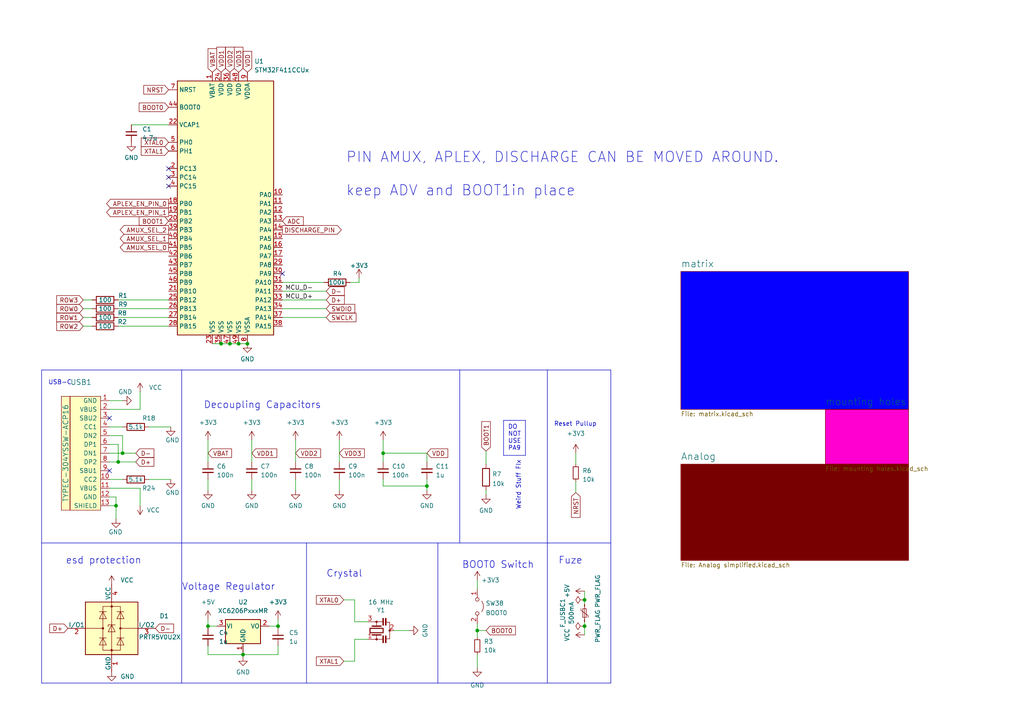
<source format=kicad_sch>
(kicad_sch (version 20230121) (generator eeschema)
  (paper "A4")
  (lib_symbols
    (symbol "Device:C_Small" (pin_numbers hide) (pin_names (offset 0.254) hide)
      (property "Reference" "C" (at 0.254 1.778 0))
      (property "Value" "C_Small" (at 0.254 -2.032 0))
      (symbol "C_Small_0_1"
        (polyline (pts (xy -1.524 -0.508) (xy 1.524 -0.508)) (stroke (width 0.3302)))
        (polyline (pts (xy -1.524 0.508) (xy 1.524 0.508)) (stroke (width 0.3048)))
      )
      (symbol "C_Small_1_1"
        (pin passive line (at 0 2.54 270) (length 2.032) (name "~") (number "1"))
        (pin passive line (at 0 -2.54 90) (length 2.032) (name "~") (number "2"))
      )
    )
    (symbol "Device:Polyfuse_Small" (pin_numbers hide) (pin_names (offset 0))
      (property "Reference" "F" (at -1.905 0 90))
      (property "Value" "Polyfuse_Small" (at 1.905 0 90))
      (symbol "Polyfuse_Small_0_1"
        (rectangle (start -0.508 1.27) (end 0.508 -1.27))
        (polyline (pts (xy 0 2.54) (xy 0 -2.54)))
        (polyline (pts (xy -1.016 1.27) (xy -1.016 0.762) (xy 1.016 -0.762) (xy 1.016 -1.27)))
      )
      (symbol "Polyfuse_Small_1_1"
        (pin passive line (at 0 2.54 270) (length 0.635) (name "~") (number "1"))
        (pin passive line (at 0 -2.54 90) (length 0.635) (name "~") (number "2"))
      )
    )
    (symbol "Device:R" (pin_numbers hide) (pin_names (offset 0))
      (property "Reference" "R" (at 2.032 0 90))
      (property "Value" "R" (at 0 0 90))
      (symbol "R_0_1"
        (rectangle (start -1.016 -2.54) (end 1.016 2.54) (stroke (width 0.254)))
      )
      (symbol "R_1_1"
        (pin passive line (at 0 3.81 270) (length 1.27) (name "~") (number "1"))
        (pin passive line (at 0 -3.81 90) (length 1.27) (name "~") (number "2"))
      )
    )
    (symbol "Device:R_Small" (pin_numbers hide) (pin_names (offset 0.254) hide)
      (property "Reference" "R" (at 0.762 0.508 0))
      (property "Value" "R_Small" (at 0.762 -1.016 0))
      (symbol "R_Small_0_1"
        (rectangle (start -0.762 1.778) (end 0.762 -1.778) (stroke (width 0.2032)))
      )
      (symbol "R_Small_1_1"
        (pin passive line (at 0 2.54 270) (length 0.762) (name "~") (number "1"))
        (pin passive line (at 0 -2.54 90) (length 0.762) (name "~") (number "2"))
      )
    )
    (symbol "Device:Resonator_Small" (pin_names (offset 1.016) hide)
      (property "Reference" "Y" (at 3.175 1.905 0))
      (property "Value" "Resonator_Small" (at 3.175 0 0))
      (symbol "Resonator_Small_0_1"
        (rectangle (start -3.556 -2.54) (end -1.524 -2.794) (fill (type outline)))
        (rectangle (start -3.556 -1.778) (end -1.524 -2.032) (fill (type outline)))
        (circle (center -2.54 0) (radius 0.254) (fill (type outline)))
        (rectangle (start -0.635 1.905) (end 0.635 -1.905) (stroke (width 0.3048)))
        (circle (center 0 -3.81) (radius 0.254) (fill (type outline)))
        (polyline (pts (xy -2.54 -1.778) (xy -2.54 0)))
        (polyline (pts (xy -2.54 0) (xy -1.397 0)))
        (polyline (pts (xy -2.54 1.27) (xy -2.54 0)))
        (polyline (pts (xy -1.27 -1.27) (xy -1.27 1.27)) (stroke (width 0.381)))
        (polyline (pts (xy 1.27 -1.27) (xy 1.27 1.27)) (stroke (width 0.381)))
        (polyline (pts (xy 1.27 0) (xy 2.54 0)))
        (polyline (pts (xy 2.54 0) (xy 2.54 -1.778)))
        (polyline (pts (xy 2.54 1.27) (xy 2.54 0)))
        (polyline (pts (xy 2.413 -2.794) (xy 2.413 -3.81) (xy -2.413 -3.81) (xy -2.413 -2.667)))
        (rectangle (start 1.524 -2.54) (end 3.556 -2.794) (fill (type outline)))
        (rectangle (start 1.524 -1.778) (end 3.556 -2.032) (fill (type outline)))
        (circle (center 2.54 0) (radius 0.254) (fill (type outline)))
      )
      (symbol "Resonator_Small_1_1"
        (pin passive line (at -2.54 2.54 270) (length 1.27) (name "1") (number "1"))
        (pin passive line (at 0 -5.08 90) (length 1.27) (name "2") (number "2"))
        (pin passive line (at 2.54 2.54 270) (length 1.27) (name "3") (number "3"))
      )
    )
    (symbol "Jumper:Jumper_2_Open" (pin_names (offset 0) hide)
      (property "Reference" "JP" (at 0 2.794 0))
      (property "Value" "Jumper_2_Open" (at 0 -2.286 0))
      (symbol "Jumper_2_Open_0_0"
        (circle (center -2.032 0) (radius 0.508))
        (circle (center 2.032 0) (radius 0.508))
      )
      (symbol "Jumper_2_Open_0_1"
        (arc (start 1.524 1.27) (mid 0 1.778) (end -1.524 1.27))
      )
      (symbol "Jumper_2_Open_1_1"
        (pin passive line (at -5.08 0 0) (length 2.54) (name "A") (number "1"))
        (pin passive line (at 5.08 0 180) (length 2.54) (name "B") (number "2"))
      )
    )
    (symbol "MCU_ST_STM32F4:STM32F411CCUx"
      (property "Reference" "U" (at -15.24 36.83 0))
      (property "Value" "STM32F411CCUx" (at 7.62 36.83 0))
      (symbol "STM32F411CCUx_0_1"
        (rectangle (start -15.24 -38.1) (end 12.7 35.56) (stroke (width 0.254)) (fill (type background)))
      )
      (symbol "STM32F411CCUx_1_1"
        (pin power_in line (at -5.08 38.1 270) (length 2.54) (name "VBAT") (number "1"))
        (pin bidirectional line (at 15.24 2.54 180) (length 2.54) (name "PA0") (number "10"))
        (pin bidirectional line (at 15.24 0 180) (length 2.54) (name "PA1") (number "11"))
        (pin bidirectional line (at 15.24 -2.54 180) (length 2.54) (name "PA2") (number "12"))
        (pin bidirectional line (at 15.24 -5.08 180) (length 2.54) (name "PA3") (number "13"))
        (pin bidirectional line (at 15.24 -7.62 180) (length 2.54) (name "PA4") (number "14"))
        (pin bidirectional line (at 15.24 -10.16 180) (length 2.54) (name "PA5") (number "15"))
        (pin bidirectional line (at 15.24 -12.7 180) (length 2.54) (name "PA6") (number "16"))
        (pin bidirectional line (at 15.24 -15.24 180) (length 2.54) (name "PA7") (number "17"))
        (pin bidirectional line (at -17.78 0 0) (length 2.54) (name "PB0") (number "18"))
        (pin bidirectional line (at -17.78 -2.54 0) (length 2.54) (name "PB1") (number "19"))
        (pin bidirectional line (at -17.78 10.16 0) (length 2.54) (name "PC13") (number "2"))
        (pin bidirectional line (at -17.78 -5.08 0) (length 2.54) (name "PB2") (number "20"))
        (pin bidirectional line (at -17.78 -25.4 0) (length 2.54) (name "PB10") (number "21"))
        (pin power_in line (at -17.78 22.86 0) (length 2.54) (name "VCAP1") (number "22"))
        (pin power_in line (at -5.08 -40.64 90) (length 2.54) (name "VSS") (number "23"))
        (pin power_in line (at -2.54 38.1 270) (length 2.54) (name "VDD") (number "24"))
        (pin bidirectional line (at -17.78 -27.94 0) (length 2.54) (name "PB12") (number "25"))
        (pin bidirectional line (at -17.78 -30.48 0) (length 2.54) (name "PB13") (number "26"))
        (pin bidirectional line (at -17.78 -33.02 0) (length 2.54) (name "PB14") (number "27"))
        (pin bidirectional line (at -17.78 -35.56 0) (length 2.54) (name "PB15") (number "28"))
        (pin bidirectional line (at 15.24 -17.78 180) (length 2.54) (name "PA8") (number "29"))
        (pin bidirectional line (at -17.78 7.62 0) (length 2.54) (name "PC14") (number "3"))
        (pin bidirectional line (at 15.24 -20.32 180) (length 2.54) (name "PA9") (number "30"))
        (pin bidirectional line (at 15.24 -22.86 180) (length 2.54) (name "PA10") (number "31"))
        (pin bidirectional line (at 15.24 -25.4 180) (length 2.54) (name "PA11") (number "32"))
        (pin bidirectional line (at 15.24 -27.94 180) (length 2.54) (name "PA12") (number "33"))
        (pin bidirectional line (at 15.24 -30.48 180) (length 2.54) (name "PA13") (number "34"))
        (pin power_in line (at -2.54 -40.64 90) (length 2.54) (name "VSS") (number "35"))
        (pin power_in line (at 0 38.1 270) (length 2.54) (name "VDD") (number "36"))
        (pin bidirectional line (at 15.24 -33.02 180) (length 2.54) (name "PA14") (number "37"))
        (pin bidirectional line (at 15.24 -35.56 180) (length 2.54) (name "PA15") (number "38"))
        (pin bidirectional line (at -17.78 -7.62 0) (length 2.54) (name "PB3") (number "39"))
        (pin bidirectional line (at -17.78 5.08 0) (length 2.54) (name "PC15") (number "4"))
        (pin bidirectional line (at -17.78 -10.16 0) (length 2.54) (name "PB4") (number "40"))
        (pin bidirectional line (at -17.78 -12.7 0) (length 2.54) (name "PB5") (number "41"))
        (pin bidirectional line (at -17.78 -15.24 0) (length 2.54) (name "PB6") (number "42"))
        (pin bidirectional line (at -17.78 -17.78 0) (length 2.54) (name "PB7") (number "43"))
        (pin input line (at -17.78 27.94 0) (length 2.54) (name "BOOT0") (number "44"))
        (pin bidirectional line (at -17.78 -20.32 0) (length 2.54) (name "PB8") (number "45"))
        (pin bidirectional line (at -17.78 -22.86 0) (length 2.54) (name "PB9") (number "46"))
        (pin power_in line (at 0 -40.64 90) (length 2.54) (name "VSS") (number "47"))
        (pin power_in line (at 2.54 38.1 270) (length 2.54) (name "VDD") (number "48"))
        (pin power_in line (at 2.54 -40.64 90) (length 2.54) (name "VSS") (number "49"))
        (pin input line (at -17.78 17.78 0) (length 2.54) (name "PH0") (number "5"))
        (pin input line (at -17.78 15.24 0) (length 2.54) (name "PH1") (number "6"))
        (pin input line (at -17.78 33.02 0) (length 2.54) (name "NRST") (number "7"))
        (pin power_in line (at 5.08 -40.64 90) (length 2.54) (name "VSSA") (number "8"))
        (pin power_in line (at 5.08 38.1 270) (length 2.54) (name "VDDA") (number "9"))
      )
    )
    (symbol "Power_Protection:PRTR5V0U2X" (pin_names (offset 0))
      (property "Reference" "D" (at 2.794 8.636 0))
      (property "Value" "PRTR5V0U2X" (at 8.128 -9.398 0))
      (symbol "PRTR5V0U2X_0_1"
        (rectangle (start -7.62 -7.62) (end 7.62 7.62) (stroke (width 0.254)) (fill (type background)))
        (circle (center -2.54 0) (radius 0.254) (fill (type outline)))
        (rectangle (start -2.54 6.35) (end 2.54 -6.35))
        (circle (center 0 -6.35) (radius 0.254) (fill (type outline)))
        (polyline (pts (xy -2.54 0) (xy -7.62 0)))
        (polyline (pts (xy -1.524 -2.794) (xy -3.556 -2.794)))
        (polyline (pts (xy -1.524 4.826) (xy -3.556 4.826)))
        (polyline (pts (xy 0 -7.62) (xy 0 7.62)))
        (polyline (pts (xy 1.524 -2.794) (xy 3.556 -2.794)))
        (polyline (pts (xy 1.524 4.826) (xy 3.556 4.826)))
        (polyline (pts (xy 2.54 0) (xy 7.62 0)))
        (polyline (pts (xy 1.016 1.016) (xy -1.016 1.016) (xy -1.016 0.508)))
        (polyline (pts (xy -3.556 -4.826) (xy -1.524 -4.826) (xy -2.54 -2.794) (xy -3.556 -4.826)))
        (polyline (pts (xy -3.556 2.794) (xy -1.524 2.794) (xy -2.54 4.826) (xy -3.556 2.794)))
        (polyline (pts (xy -1.016 -1.016) (xy 1.016 -1.016) (xy 0 1.016) (xy -1.016 -1.016)))
        (polyline (pts (xy 3.556 -4.826) (xy 1.524 -4.826) (xy 2.54 -2.794) (xy 3.556 -4.826)))
        (polyline (pts (xy 3.556 2.794) (xy 1.524 2.794) (xy 2.54 4.826) (xy 3.556 2.794)))
        (circle (center 0 6.35) (radius 0.254) (fill (type outline)))
        (circle (center 2.54 0) (radius 0.254) (fill (type outline)))
      )
      (symbol "PRTR5V0U2X_1_1"
        (pin passive line (at 0 -12.7 90) (length 5.08) (name "GND") (number "1"))
        (pin passive line (at -12.7 0 0) (length 5.08) (name "I/O1") (number "2"))
        (pin passive line (at 12.7 0 180) (length 5.08) (name "I/O2") (number "3"))
        (pin passive line (at 0 12.7 270) (length 5.08) (name "VCC") (number "4"))
      )
    )
    (symbol "Regulator_Linear:XC6206PxxxMR" (pin_names (offset 0.254))
      (property "Reference" "U" (at -3.81 3.175 0))
      (property "Value" "XC6206PxxxMR" (at 0 3.175 0))
      (symbol "XC6206PxxxMR_0_1"
        (rectangle (start -5.08 1.905) (end 5.08 -5.08) (stroke (width 0.254)) (fill (type background)))
      )
      (symbol "XC6206PxxxMR_1_1"
        (pin power_in line (at 0 -7.62 90) (length 2.54) (name "GND") (number "1"))
        (pin power_out line (at 7.62 0 180) (length 2.54) (name "VO") (number "2"))
        (pin power_in line (at -7.62 0 0) (length 2.54) (name "VI") (number "3"))
      )
    )
    (symbol "cipulot_parts:TYPEC-304YSSW-ACP16" (pin_names (offset 1.016))
      (property "Reference" "USB" (at -5.08 16.51 0))
      (property "Value" "TYPEC-304YSSW-ACP16" (at -10.16 -1.27 90))
      (symbol "TYPEC-304YSSW-ACP16_0_1"
        (rectangle (start -11.43 15.24) (end -8.89 -17.78) (fill (type background)))
        (rectangle (start 0 -17.78) (end -8.89 15.24) (fill (type background)))
      )
      (symbol "TYPEC-304YSSW-ACP16_1_1"
        (pin input line (at 2.54 13.97 180) (length 2.54) (name "GND") (number "1"))
        (pin input line (at 2.54 -8.89 180) (length 2.54) (name "CC2") (number "10"))
        (pin input line (at 2.54 -11.43 180) (length 2.54) (name "VBUS") (number "11"))
        (pin input line (at 2.54 -13.97 180) (length 2.54) (name "GND") (number "12"))
        (pin input line (at 2.54 -16.51 180) (length 2.54) (name "SHIELD") (number "13"))
        (pin input line (at 2.54 11.43 180) (length 2.54) (name "VBUS") (number "2"))
        (pin input line (at 2.54 8.89 180) (length 2.54) (name "SBU2") (number "3"))
        (pin input line (at 2.54 6.35 180) (length 2.54) (name "CC1") (number "4"))
        (pin input line (at 2.54 3.81 180) (length 2.54) (name "DN2") (number "5"))
        (pin input line (at 2.54 1.27 180) (length 2.54) (name "DP1") (number "6"))
        (pin input line (at 2.54 -1.27 180) (length 2.54) (name "DN1") (number "7"))
        (pin input line (at 2.54 -3.81 180) (length 2.54) (name "DP2") (number "8"))
        (pin input line (at 2.54 -6.35 180) (length 2.54) (name "SBU1") (number "9"))
      )
    )
    (symbol "power:+3.3V" (power) (pin_names (offset 0))
      (property "Value" "+3.3V" (at 0 3.556 0))
      (symbol "+3.3V_0_1"
        (polyline (pts (xy -0.762 1.27) (xy 0 2.54)))
        (polyline (pts (xy 0 0) (xy 0 2.54)))
        (polyline (pts (xy 0 2.54) (xy 0.762 1.27)))
      )
      (symbol "+3.3V_1_1"
        (pin power_in line (at 0 0 90) (length 0) hide (name "+3V3") (number "1"))
      )
    )
    (symbol "power:+3V3" (power) (pin_names (offset 0))
      (property "Value" "+3V3" (at 0 3.556 0))
      (symbol "+3V3_0_1"
        (polyline (pts (xy -0.762 1.27) (xy 0 2.54)))
        (polyline (pts (xy 0 0) (xy 0 2.54)))
        (polyline (pts (xy 0 2.54) (xy 0.762 1.27)))
      )
      (symbol "+3V3_1_1"
        (pin power_in line (at 0 0 90) (length 0) hide (name "+3V3") (number "1"))
      )
    )
    (symbol "power:+5V" (power) (pin_names (offset 0))
      (property "Value" "+5V" (at 0 3.556 0))
      (symbol "+5V_0_1"
        (polyline (pts (xy -0.762 1.27) (xy 0 2.54)))
        (polyline (pts (xy 0 0) (xy 0 2.54)))
        (polyline (pts (xy 0 2.54) (xy 0.762 1.27)))
      )
      (symbol "+5V_1_1"
        (pin power_in line (at 0 0 90) (length 0) hide (name "+5V") (number "1"))
      )
    )
    (symbol "power:GND" (power) (pin_names (offset 0))
      (property "Value" "GND" (at 0 -3.81 0))
      (symbol "GND_0_1"
        (polyline (pts (xy 0 0) (xy 0 -1.27) (xy 1.27 -1.27) (xy 0 -2.54) (xy -1.27 -1.27) (xy 0 -1.27)))
      )
      (symbol "GND_1_1"
        (pin power_in line (at 0 0 270) (length 0) hide (name "GND") (number "1"))
      )
    )
    (symbol "power:PWR_FLAG" (power) (pin_numbers hide) (pin_names (offset 0) hide)
      (property "Value" "PWR_FLAG" (at 0 3.81 0))
      (symbol "PWR_FLAG_0_0"
        (pin power_out line (at 0 0 90) (length 0) (name "pwr") (number "1"))
      )
      (symbol "PWR_FLAG_0_1"
        (polyline (pts (xy 0 0) (xy 0 1.27) (xy -1.016 1.905) (xy 0 2.54) (xy 1.016 1.905) (xy 0 1.27)))
      )
    )
    (symbol "power:VCC" (power) (pin_names (offset 0))
      (property "Value" "VCC" (at 0 3.81 0))
      (symbol "VCC_0_1"
        (polyline (pts (xy -0.762 1.27) (xy 0 2.54)))
        (polyline (pts (xy 0 0) (xy 0 2.54)))
        (polyline (pts (xy 0 2.54) (xy 0.762 1.27)))
      )
      (symbol "VCC_1_1"
        (pin power_in line (at 0 0 90) (length 0) hide (name "VCC") (number "1"))
      )
    )
  )
  (junction (at 169.545 173.99))
  (junction (at 66.675 99.695))
  (junction (at 111.125 131.445))
  (junction (at 69.215 99.695))
  (junction (at 34.29 133.985))
  (junction (at 60.325 181.61))
  (junction (at 169.545 181.61))
  (junction (at 33.655 146.685))
  (junction (at 64.135 99.695))
  (junction (at 138.43 182.88))
  (junction (at 35.56 131.445))
  (junction (at 70.485 189.865))
  (junction (at 71.755 99.695))
  (junction (at 80.645 181.61))
  (junction (at 123.825 140.97))
  (no_connect (at 48.895 48.895))
  (no_connect (at 48.895 51.435))
  (no_connect (at 48.895 53.975))
  (no_connect (at 81.915 79.375))
  (no_connect (at 31.75 136.525))
  (no_connect (at 31.75 121.285))
  (wire (pts (xy 70.485 189.23) (xy 70.485 189.865)))
  (polyline (pts (xy 146.05 132.08) (xy 152.4 132.08)))
  (wire (pts (xy 102.87 191.77) (xy 102.87 185.42)))
  (wire (pts (xy 70.485 189.865) (xy 70.485 190.5)))
  (wire (pts (xy 31.75 128.905) (xy 34.29 128.905)))
  (wire (pts (xy 24.13 89.535) (xy 26.67 89.535)))
  (wire (pts (xy 33.655 144.145) (xy 33.655 146.685)))
  (wire (pts (xy 102.87 185.42) (xy 106.68 185.42)))
  (wire (pts (xy 167.005 131.445) (xy 167.005 134.62)))
  (wire (pts (xy 34.29 86.995) (xy 48.895 86.995)))
  (wire (pts (xy 123.825 140.97) (xy 123.825 142.24)))
  (wire (pts (xy 81.915 89.535) (xy 94.615 89.535)))
  (polyline (pts (xy 177.165 198.12) (xy 12.065 198.12)))
  (polyline (pts (xy 133.35 107.315) (xy 133.35 157.48)))
  (wire (pts (xy 34.29 128.905) (xy 34.29 133.985)))
  (wire (pts (xy 169.545 181.61) (xy 169.545 180.34)))
  (polyline (pts (xy 12.065 157.48) (xy 177.165 157.48)))
  (wire (pts (xy 81.915 92.075) (xy 94.615 92.075)))
  (wire (pts (xy 40.64 118.745) (xy 40.64 113.665)))
  (wire (pts (xy 81.915 84.455) (xy 94.615 84.455)))
  (wire (pts (xy 31.75 141.605) (xy 40.64 141.605)))
  (wire (pts (xy 60.325 182.245) (xy 60.325 181.61)))
  (wire (pts (xy 111.125 140.97) (xy 123.825 140.97)))
  (wire (pts (xy 40.64 141.605) (xy 40.64 146.685)))
  (polyline (pts (xy 12.065 107.315) (xy 12.065 198.12)))
  (wire (pts (xy 78.105 181.61) (xy 80.645 181.61)))
  (wire (pts (xy 123.825 131.445) (xy 123.825 133.985)))
  (wire (pts (xy 93.98 81.915) (xy 81.915 81.915)))
  (wire (pts (xy 104.14 81.915) (xy 104.14 80.645)))
  (wire (pts (xy 69.215 99.695) (xy 71.755 99.695)))
  (wire (pts (xy 70.485 189.865) (xy 80.645 189.865)))
  (wire (pts (xy 34.29 94.615) (xy 48.895 94.615)))
  (wire (pts (xy 60.325 139.065) (xy 60.325 142.24)))
  (wire (pts (xy 31.75 123.825) (xy 35.56 123.825)))
  (wire (pts (xy 111.125 131.445) (xy 111.125 133.985)))
  (wire (pts (xy 34.29 89.535) (xy 48.895 89.535)))
  (wire (pts (xy 80.645 189.865) (xy 80.645 187.325)))
  (wire (pts (xy 85.725 127.635) (xy 85.725 133.985)))
  (wire (pts (xy 106.68 180.34) (xy 102.87 180.34)))
  (wire (pts (xy 73.025 127.635) (xy 73.025 133.985)))
  (wire (pts (xy 35.56 131.445) (xy 39.37 131.445)))
  (wire (pts (xy 140.97 130.81) (xy 140.97 134.62)))
  (polyline (pts (xy 52.705 107.315) (xy 52.705 198.12)))
  (wire (pts (xy 60.325 127.635) (xy 60.325 133.985)))
  (wire (pts (xy 31.75 131.445) (xy 35.56 131.445)))
  (wire (pts (xy 138.43 189.865) (xy 138.43 193.675)))
  (wire (pts (xy 43.18 123.825) (xy 49.53 123.825)))
  (wire (pts (xy 98.425 139.065) (xy 98.425 142.24)))
  (wire (pts (xy 99.695 173.99) (xy 102.87 173.99)))
  (wire (pts (xy 33.655 146.685) (xy 33.655 150.495)))
  (wire (pts (xy 31.75 118.745) (xy 40.64 118.745)))
  (wire (pts (xy 111.125 127.635) (xy 111.125 131.445)))
  (wire (pts (xy 80.645 181.61) (xy 80.645 179.705)))
  (wire (pts (xy 61.595 99.695) (xy 64.135 99.695)))
  (wire (pts (xy 99.695 191.77) (xy 102.87 191.77)))
  (wire (pts (xy 111.125 131.445) (xy 123.825 131.445)))
  (wire (pts (xy 138.43 180.975) (xy 138.43 182.88)))
  (wire (pts (xy 169.545 175.26) (xy 169.545 173.99)))
  (wire (pts (xy 24.13 86.995) (xy 26.67 86.995)))
  (polyline (pts (xy 158.75 157.48) (xy 158.75 198.12)))
  (wire (pts (xy 123.825 139.065) (xy 123.825 140.97)))
  (wire (pts (xy 64.135 99.695) (xy 66.675 99.695)))
  (wire (pts (xy 111.125 139.065) (xy 111.125 140.97)))
  (wire (pts (xy 31.75 126.365) (xy 35.56 126.365)))
  (wire (pts (xy 81.915 86.995) (xy 94.615 86.995)))
  (wire (pts (xy 31.75 116.205) (xy 35.56 116.205)))
  (wire (pts (xy 73.025 139.065) (xy 73.025 142.24)))
  (wire (pts (xy 31.75 139.065) (xy 35.56 139.065)))
  (wire (pts (xy 102.87 180.34) (xy 102.87 173.99)))
  (wire (pts (xy 60.325 189.865) (xy 60.325 187.325)))
  (wire (pts (xy 66.675 99.695) (xy 69.215 99.695)))
  (wire (pts (xy 24.13 92.075) (xy 26.67 92.075)))
  (wire (pts (xy 138.43 182.88) (xy 138.43 184.785)))
  (polyline (pts (xy 152.4 132.08) (xy 152.4 121.92)))
  (wire (pts (xy 98.425 127.635) (xy 98.425 133.985)))
  (wire (pts (xy 138.43 182.88) (xy 140.97 182.88)))
  (wire (pts (xy 101.6 81.915) (xy 104.14 81.915)))
  (wire (pts (xy 140.97 142.24) (xy 140.97 143.51)))
  (polyline (pts (xy 12.065 107.315) (xy 177.165 107.315)))
  (wire (pts (xy 31.75 144.145) (xy 33.655 144.145)))
  (wire (pts (xy 80.645 181.61) (xy 80.645 182.245)))
  (wire (pts (xy 169.545 173.99) (xy 169.545 171.45)))
  (wire (pts (xy 38.1 36.195) (xy 48.895 36.195)))
  (polyline (pts (xy 146.05 121.92) (xy 146.05 132.08)))
  (wire (pts (xy 48.895 92.075) (xy 34.29 92.075)))
  (wire (pts (xy 70.485 189.865) (xy 60.325 189.865)))
  (wire (pts (xy 24.13 94.615) (xy 26.67 94.615)))
  (polyline (pts (xy 158.75 107.315) (xy 158.75 157.48)))
  (wire (pts (xy 60.325 181.61) (xy 62.865 181.61)))
  (polyline (pts (xy 146.05 121.92) (xy 152.4 121.92)))
  (polyline (pts (xy 88.9 157.48) (xy 88.9 198.12)))
  (wire (pts (xy 33.655 146.685) (xy 31.75 146.685)))
  (wire (pts (xy 34.29 133.985) (xy 39.37 133.985)))
  (wire (pts (xy 169.545 184.15) (xy 169.545 181.61)))
  (wire (pts (xy 138.43 168.275) (xy 138.43 170.815)))
  (wire (pts (xy 43.18 139.065) (xy 49.53 139.065)))
  (wire (pts (xy 60.325 181.61) (xy 60.325 179.705)))
  (wire (pts (xy 167.005 139.7) (xy 167.005 142.875)))
  (wire (pts (xy 35.56 126.365) (xy 35.56 131.445)))
  (polyline (pts (xy 127 157.48) (xy 127 198.12)))
  (wire (pts (xy 85.725 139.065) (xy 85.725 142.24)))
  (wire (pts (xy 114.3 182.88) (xy 118.745 182.88)))
  (polyline (pts (xy 177.165 107.315) (xy 177.165 198.12)))
  (wire (pts (xy 31.75 133.985) (xy 34.29 133.985)))
  (text "Weird Stuff FIx" (at 151.13 147.955 90) (effects (font (size 1.27 1.27)) (justify left bottom)))
  (text "BOOT0 Switch" (at 133.985 165.1 0) (effects (font (size 2 2)) (justify left bottom)))
  (text "USB-C" (at 13.97 111.76 0) (effects (font (size 1.27 1.27)) (justify left bottom)))
  (text "Voltage Regulator" (at 52.705 171.45 0) (effects (font (size 2 2)) (justify left bottom)))
  (text "Reset Pullup" (at 160.655 123.825 0) (effects (font (size 1.27 1.27)) (justify left bottom)))
  (text "esd protection\n" (at 19.05 163.83 0) (effects (font (size 2 2)) (justify left bottom)))
  (text "DO\nNOT\nUSE\nPA9\n" (at 147.32 130.81 0) (effects (font (size 1.27 1.27)) (justify left bottom)))
  (text "Fuze\n" (at 161.925 163.83 0) (effects (font (size 2 2)) (justify left bottom)))
  (text "PIN AMUX, APLEX, DISCHARGE CAN BE MOVED AROUND.\n\nkeep ADV and BOOT1in place" (at 100.33 57.15 0) (effects (font (size 3 3)) (justify left bottom)))
  (text "Crystal" (at 94.615 167.64 0) (effects (font (size 2 2)) (justify left bottom)))
  (text "Decoupling Capacitors" (at 59.055 118.745 0) (effects (font (size 2 2)) (justify left bottom)))
  (label "MCU_D-" (at 90.805 84.455 180))
  (label "MCU_D+" (at 90.805 86.995 180))
  (global_label "XTAL1" (shape input) (at 99.695 191.77 180) (property "Intersheetrefs" "${INTERSHEET_REFS}" (effects hide)))
  (global_label "VDD" (shape input) (at 123.825 131.445 0) (property "Intersheetrefs" "${INTERSHEET_REFS}" (effects hide)))
  (global_label "VDD2" (shape input) (at 66.675 20.955 90) (property "Intersheetrefs" "${INTERSHEET_REFS}" (effects hide)))
  (global_label "ROW0" (shape input) (at 24.13 89.535 180) (property "Intersheetrefs" "${INTERSHEET_REFS}" (effects hide)))
  (global_label "DISCHARGE_PIN" (shape output) (at 81.915 66.675 0) (property "Intersheetrefs" "${INTERSHEET_REFS}" (effects hide)))
  (global_label "VBAT" (shape input) (at 61.595 20.955 90) (property "Intersheetrefs" "${INTERSHEET_REFS}" (effects hide)))
  (global_label "BOOT1" (shape input) (at 48.895 64.135 180) (property "Intersheetrefs" "${INTERSHEET_REFS}" (effects hide)))
  (global_label "ROW2" (shape input) (at 24.13 94.615 180) (property "Intersheetrefs" "${INTERSHEET_REFS}" (effects hide)))
  (global_label "NRST" (shape input) (at 48.895 26.035 180) (property "Intersheetrefs" "${INTERSHEET_REFS}" (effects hide)))
  (global_label "SWDIO" (shape input) (at 94.615 89.535 0) (property "Intersheetrefs" "${INTERSHEET_REFS}" (effects hide)))
  (global_label "ROW1" (shape input) (at 24.13 92.075 180) (property "Intersheetrefs" "${INTERSHEET_REFS}" (effects hide)))
  (global_label "D+" (shape input) (at 19.685 182.245 180) (property "Intersheetrefs" "${INTERSHEET_REFS}" (effects hide)))
  (global_label "NRST" (shape input) (at 167.005 142.875 270) (property "Intersheetrefs" "${INTERSHEET_REFS}" (effects hide)))
  (global_label "XTAL0" (shape input) (at 48.895 41.275 180) (property "Intersheetrefs" "${INTERSHEET_REFS}" (effects hide)))
  (global_label "APLEX_EN_PIN_0" (shape output) (at 48.895 59.055 180) (property "Intersheetrefs" "${INTERSHEET_REFS}" (effects hide)))
  (global_label "BOOT1" (shape input) (at 140.97 130.81 90) (property "Intersheetrefs" "${INTERSHEET_REFS}" (effects hide)))
  (global_label "AMUX_SEL_2" (shape output) (at 48.895 66.675 180) (property "Intersheetrefs" "${INTERSHEET_REFS}" (effects hide)))
  (global_label "VBAT" (shape input) (at 60.325 131.445 0) (property "Intersheetrefs" "${INTERSHEET_REFS}" (effects hide)))
  (global_label "D-" (shape input) (at 45.085 182.245 0) (property "Intersheetrefs" "${INTERSHEET_REFS}" (effects hide)))
  (global_label "APLEX_EN_PIN_1" (shape output) (at 48.895 61.595 180) (property "Intersheetrefs" "${INTERSHEET_REFS}" (effects hide)))
  (global_label "ROW3" (shape input) (at 24.13 86.995 180) (property "Intersheetrefs" "${INTERSHEET_REFS}" (effects hide)))
  (global_label "AMUX_SEL_0" (shape output) (at 48.895 71.755 180) (property "Intersheetrefs" "${INTERSHEET_REFS}" (effects hide)))
  (global_label "VDD1" (shape input) (at 73.025 131.445 0) (property "Intersheetrefs" "${INTERSHEET_REFS}" (effects hide)))
  (global_label "ADC" (shape input) (at 81.915 64.135 0) (property "Intersheetrefs" "${INTERSHEET_REFS}" (effects hide)))
  (global_label "XTAL1" (shape input) (at 48.895 43.815 180) (property "Intersheetrefs" "${INTERSHEET_REFS}" (effects hide)))
  (global_label "D+" (shape input) (at 94.615 86.995 0) (property "Intersheetrefs" "${INTERSHEET_REFS}" (effects hide)))
  (global_label "VDD2" (shape input) (at 85.725 131.445 0) (property "Intersheetrefs" "${INTERSHEET_REFS}" (effects hide)))
  (global_label "XTAL0" (shape input) (at 99.695 173.99 180) (property "Intersheetrefs" "${INTERSHEET_REFS}" (effects hide)))
  (global_label "VDD3" (shape input) (at 98.425 131.445 0) (property "Intersheetrefs" "${INTERSHEET_REFS}" (effects hide)))
  (global_label "SWCLK" (shape input) (at 94.615 92.075 0) (property "Intersheetrefs" "${INTERSHEET_REFS}" (effects hide)))
  (global_label "AMUX_SEL_1" (shape output) (at 48.895 69.215 180) (property "Intersheetrefs" "${INTERSHEET_REFS}" (effects hide)))
  (global_label "VDD1" (shape input) (at 64.135 20.955 90) (property "Intersheetrefs" "${INTERSHEET_REFS}" (effects hide)))
  (global_label "VDD3" (shape input) (at 69.215 20.955 90) (property "Intersheetrefs" "${INTERSHEET_REFS}" (effects hide)))
  (global_label "D-" (shape input) (at 39.37 131.445 0) (property "Intersheetrefs" "${INTERSHEET_REFS}" (effects hide)))
  (global_label "BOOT0" (shape input) (at 48.895 31.115 180) (property "Intersheetrefs" "${INTERSHEET_REFS}" (effects hide)))
  (global_label "D-" (shape input) (at 94.615 84.455 0) (property "Intersheetrefs" "${INTERSHEET_REFS}" (effects hide)))
  (global_label "D+" (shape input) (at 39.37 133.985 0) (property "Intersheetrefs" "${INTERSHEET_REFS}" (effects hide)))
  (global_label "VDD" (shape input) (at 71.755 20.955 90) (property "Intersheetrefs" "${INTERSHEET_REFS}" (effects hide)))
  (global_label "BOOT0" (shape input) (at 140.97 182.88 0) (property "Intersheetrefs" "${INTERSHEET_REFS}" (effects hide)))
  (symbol (lib_id "power:GND") (at 118.745 182.88 90) (unit 1)
    (property "Reference" "#PWR0109" (effects hide))
    (property "Value" "GND" (at 123.3075 182.88 0))
  )
  (symbol (lib_id "Device:Resonator_Small") (at 109.22 182.88 90) (unit 1)
    (property "Reference" "Y1" (at 110.49 176.9618 90))
    (property "Value" "16 MHz" (at 110.49 174.6504 90))
    (property "Footprint" "Crystal:Resonator_SMD_Murata_CSTxExxV-3Pin_3.0x1.1mm" (effects hide))
    (property "LCSC" "C907975" (effects hide))
  )
  (symbol (lib_id "Device:R") (at 39.37 139.065 90) (unit 1)
    (property "Reference" "R24" (at 43.18 141.605 90))
    (property "Value" "5.1k" (at 39.37 139.065 90))
    (property "Footprint" "Resistor_SMD:R_0402_1005Metric" (effects hide))
    (property "LCSC" "C25905" (effects hide))
  )
  (symbol (lib_id "power:+5V") (at 60.325 179.705 0) (unit 1)
    (property "Reference" "#PWR0115" (effects hide))
    (property "Value" "+5V" (at 60.325 174.625 0))
  )
  (symbol (lib_id "power:GND") (at 123.825 142.24 0) (unit 1)
    (property "Reference" "#PWR0123" (effects hide))
    (property "Value" "GND" (at 123.825 146.685 0))
  )
  (symbol (lib_id "Device:C_Small") (at 123.825 136.525 0) (unit 1)
    (property "Reference" "C11" (at 126.365 135.2612 0) (effects (justify left)))
    (property "Value" "1u" (at 126.365 137.8012 0) (effects (justify left)))
    (property "Footprint" "Capacitor_SMD:C_0402_1005Metric" (effects hide))
  )
  (symbol (lib_id "Device:R") (at 97.79 81.915 90) (unit 1)
    (property "Reference" "R4" (at 96.52 79.375 90) (effects (justify right)))
    (property "Value" "100k" (at 95.25 81.915 90) (effects (justify right)))
    (property "Footprint" "Resistor_SMD:R_0402_1005Metric" (effects hide))
    (property "LCSC" "C25741" (effects hide))
  )
  (symbol (lib_id "power:GND") (at 38.1 41.275 0) (unit 1)
    (property "Reference" "#PWR0110" (effects hide))
    (property "Value" "GND" (at 38.1 45.72 0))
  )
  (symbol (lib_id "Device:R") (at 30.48 86.995 270) (unit 1)
    (property "Reference" "R1" (at 34.29 85.725 90) (effects (justify left)))
    (property "Value" "100" (at 28.575 86.995 90) (effects (justify left)))
    (property "Footprint" "Resistor_SMD:R_0402_1005Metric" (effects hide))
    (property "LCSC" "C25076" (effects hide))
  )
  (symbol (lib_id "power:GND") (at 35.56 116.205 90) (unit 1)
    (property "Reference" "#PWR0126" (effects hide))
    (property "Value" "GND" (at 34.29 113.665 90) (effects (justify right)))
  )
  (symbol (lib_id "Device:C_Small") (at 38.1 38.735 0) (unit 1)
    (property "Reference" "C1" (at 41.275 37.4712 0) (effects (justify left)))
    (property "Value" "4.7u" (at 41.275 40.0112 0) (effects (justify left)))
    (property "Footprint" "Capacitor_SMD:C_0402_1005Metric" (effects hide))
  )
  (symbol (lib_id "power:GND") (at 70.485 190.5 0) (unit 1)
    (property "Reference" "#PWR0111" (effects hide))
    (property "Value" "GND" (at 70.485 194.945 0))
  )
  (symbol (lib_id "power:GND") (at 140.97 143.51 0) (unit 1)
    (property "Reference" "#PWR0114" (effects hide))
    (property "Value" "GND" (at 140.97 148.0725 0))
  )
  (symbol (lib_id "power:+3V3") (at 138.43 168.275 0) (unit 1)
    (property "Reference" "#PWR01" (effects hide))
    (property "Value" "+3V3" (at 142.24 168.275 0))
  )
  (symbol (lib_id "power:GND") (at 98.425 142.24 0) (unit 1)
    (property "Reference" "#PWR0121" (effects hide))
    (property "Value" "GND" (at 98.425 146.685 0))
  )
  (symbol (lib_id "power:+3.3V") (at 104.14 80.645 0) (unit 1)
    (property "Reference" "#PWR0102" (effects hide))
    (property "Value" "+3.3V" (at 104.14 77.0405 0))
  )
  (symbol (lib_id "power:GND") (at 138.43 193.675 0) (unit 1)
    (property "Reference" "#PWR0105" (effects hide))
    (property "Value" "GND" (at 138.43 198.755 0))
  )
  (symbol (lib_id "power:VCC") (at 169.545 184.15 90) (unit 1)
    (property "Reference" "#PWR0108" (effects hide))
    (property "Value" "VCC" (at 164.465 184.15 0))
  )
  (symbol (lib_id "Device:R_Small") (at 138.43 187.325 0) (unit 1)
    (property "Reference" "R3" (at 140.335 186.0549 0) (effects (justify left)))
    (property "Value" "10k" (at 140.335 188.5949 0) (effects (justify left)))
    (property "Footprint" "Resistor_SMD:R_0402_1005Metric" (effects hide))
  )
  (symbol (lib_id "Device:C_Small") (at 111.125 136.525 0) (unit 1)
    (property "Reference" "C10" (at 113.665 135.2612 0) (effects (justify left)))
    (property "Value" "100n" (at 113.665 137.8012 0) (effects (justify left)))
    (property "Footprint" "Capacitor_SMD:C_0402_1005Metric" (effects hide))
  )
  (symbol (lib_id "power:+3V3") (at 167.005 131.445 0) (unit 1)
    (property "Reference" "#PWR0103" (effects hide))
    (property "Value" "+3V3" (at 167.005 125.73 0))
  )
  (symbol (lib_id "power:VCC") (at 40.64 146.685 180) (unit 1)
    (property "Reference" "#PWR0151" (effects hide))
    (property "Value" "VCC" (at 42.545 147.9549 0) (effects (justify right)))
  )
  (symbol (lib_id "power:GND") (at 60.325 142.24 0) (unit 1)
    (property "Reference" "#PWR0112" (effects hide))
    (property "Value" "GND" (at 60.325 146.685 0))
  )
  (symbol (lib_id "Device:C_Small") (at 73.025 136.525 0) (unit 1)
    (property "Reference" "C7" (at 75.565 135.2612 0) (effects (justify left)))
    (property "Value" "100n" (at 75.565 137.8012 0) (effects (justify left)))
    (property "Footprint" "Capacitor_SMD:C_0402_1005Metric" (effects hide))
  )
  (symbol (lib_id "Jumper:Jumper_2_Open") (at 138.43 175.895 270) (unit 1)
    (property "Reference" "SW38" (at 140.843 174.9865 90) (effects (justify left)))
    (property "Value" "BOOT0" (at 140.843 177.7616 90) (effects (justify left)))
    (property "Footprint" "Connector_PinHeader_2.54mm:PinHeader_1x02_P2.54mm_Vertical" (effects hide))
  )
  (symbol (lib_id "Power_Protection:PRTR5V0U2X") (at 32.385 182.245 0) (unit 1)
    (property "Reference" "D1" (at 47.625 178.6636 0))
    (property "Value" "PRTR5V0U2X" (at 46.355 184.785 0))
    (property "Footprint" "Package_TO_SOT_SMD:SOT-143" (effects hide))
    (property "Datasheet" "https://assets.nexperia.com/documents/data-sheet/PRTR5V0U2X.pdf" (effects hide))
  )
  (symbol (lib_id "power:VCC") (at 32.385 169.545 0) (unit 1)
    (property "Reference" "#PWR0106" (effects hide))
    (property "Value" "VCC" (at 34.925 168.2749 0) (effects (justify left)))
  )
  (symbol (lib_id "power:VCC") (at 40.64 113.665 0) (unit 1)
    (property "Reference" "#PWR0125" (effects hide))
    (property "Value" "VCC" (at 43.18 112.3949 0) (effects (justify left)))
  )
  (symbol (lib_id "Device:C_Small") (at 80.645 184.785 0) (unit 1)
    (property "Reference" "C5" (at 83.82 183.5212 0) (effects (justify left)))
    (property "Value" "1u" (at 83.82 186.0612 0) (effects (justify left)))
    (property "Footprint" "Capacitor_SMD:C_0402_1005Metric" (effects hide))
  )
  (symbol (lib_id "Regulator_Linear:XC6206PxxxMR") (at 70.485 181.61 0) (unit 1)
    (property "Reference" "U2" (at 70.485 174.625 0))
    (property "Value" "XC6206PxxxMR" (at 70.485 177.165 0))
    (property "Footprint" "Package_TO_SOT_SMD:SOT-23" (effects hide))
    (property "Datasheet" "https://www.torexsemi.com/file/xc6206/XC6206.pdf" (effects hide))
  )
  (symbol (lib_id "power:GND") (at 32.385 194.945 0) (unit 1)
    (property "Reference" "#PWR0107" (effects hide))
    (property "Value" "GND" (at 34.925 196.2149 0) (effects (justify left)))
  )
  (symbol (lib_id "Device:C_Small") (at 60.325 184.785 0) (unit 1)
    (property "Reference" "C4" (at 63.5 183.5212 0) (effects (justify left)))
    (property "Value" "1u" (at 63.5 186.0612 0) (effects (justify left)))
    (property "Footprint" "Capacitor_SMD:C_0402_1005Metric" (effects hide))
  )
  (symbol (lib_id "power:GND") (at 49.53 123.825 0) (unit 1)
    (property "Reference" "#PWR0127" (effects hide))
    (property "Value" "GND" (at 52.07 127.635 0) (effects (justify right)))
  )
  (symbol (lib_id "power:+5V") (at 169.545 171.45 90) (unit 1)
    (property "Reference" "#PWR0104" (effects hide))
    (property "Value" "+5V" (at 164.465 171.45 0))
  )
  (symbol (lib_id "Device:C_Small") (at 85.725 136.525 0) (unit 1)
    (property "Reference" "C8" (at 88.265 135.2612 0) (effects (justify left)))
    (property "Value" "100n" (at 88.265 137.8012 0) (effects (justify left)))
    (property "Footprint" "Capacitor_SMD:C_0402_1005Metric" (effects hide))
  )
  (symbol (lib_id "Device:Polyfuse_Small") (at 169.545 177.8 180) (unit 1)
    (property "Reference" "F_USBC1" (at 163.195 177.8 90))
    (property "Value" "500mA" (at 165.735 177.8 90))
    (property "Footprint" "Fuse:Fuse_1206_3216Metric" (effects hide))
  )
  (symbol (lib_id "power:+3V3") (at 98.425 127.635 0) (unit 1)
    (property "Reference" "#PWR0118" (effects hide))
    (property "Value" "+3V3" (at 98.425 122.555 0))
  )
  (symbol (lib_id "power:GND") (at 85.725 142.24 0) (unit 1)
    (property "Reference" "#PWR0122" (effects hide))
    (property "Value" "GND" (at 85.725 146.685 0))
  )
  (symbol (lib_id "Device:C_Small") (at 98.425 136.525 0) (unit 1)
    (property "Reference" "C9" (at 100.965 135.2612 0) (effects (justify left)))
    (property "Value" "100n" (at 100.965 137.8012 0) (effects (justify left)))
    (property "Footprint" "Capacitor_SMD:C_0402_1005Metric" (effects hide))
  )
  (symbol (lib_id "power:GND") (at 73.025 142.24 0) (unit 1)
    (property "Reference" "#PWR0124" (effects hide))
    (property "Value" "GND" (at 73.025 146.685 0))
  )
  (symbol (lib_id "Device:R") (at 140.97 138.43 180) (unit 1)
    (property "Reference" "R7" (at 142.748 137.5215 0) (effects (justify right)))
    (property "Value" "10k" (at 142.748 140.2966 0) (effects (justify right)))
    (property "Footprint" "Resistor_SMD:R_0402_1005Metric" (effects hide))
    (property "LCSC" "C25744" (effects hide))
  )
  (symbol (lib_id "Device:R") (at 30.48 94.615 90) (unit 1)
    (property "Reference" "R2" (at 36.83 93.345 90) (effects (justify left)))
    (property "Value" "100" (at 32.385 94.615 90) (effects (justify left)))
    (property "Footprint" "Resistor_SMD:R_0402_1005Metric" (effects hide))
    (property "LCSC" "C25076" (effects hide))
  )
  (symbol (lib_id "power:GND") (at 71.755 99.695 0) (unit 1)
    (property "Reference" "#PWR0101" (effects hide))
    (property "Value" "GND" (at 71.755 104.14 0))
  )
  (symbol (lib_id "power:PWR_FLAG") (at 169.545 173.99 90) (unit 1)
    (property "Reference" "#FLG0101" (effects hide))
    (property "Value" "PWR_FLAG" (at 173.355 171.45 0))
  )
  (symbol (lib_id "power:+3V3") (at 60.325 127.635 0) (unit 1)
    (property "Reference" "#PWR0113" (effects hide))
    (property "Value" "+3V3" (at 60.325 122.555 0))
  )
  (symbol (lib_id "cipulot_parts:TYPEC-304YSSW-ACP16") (at 29.21 130.175 0) (unit 1)
    (property "Reference" "USB1" (at 23.495 110.8509 0) (effects (font (size 1.524 1.524))))
    (property "Value" "TYPEC-304YSSW-ACP16" (at 19.05 131.445 90) (effects (font (size 1.524 1.524))))
    (property "Footprint" "cipulot_parts:TYPEC-304YSSW-ACP16" (effects hide))
    (property "LCSC" "C2840392" (effects hide))
  )
  (symbol (lib_id "MCU_ST_STM32F4:STM32F411CCUx") (at 66.675 59.055 0) (unit 1)
    (property "Reference" "U1" (at 73.7744 17.78 0) (effects (justify left)))
    (property "Value" "STM32F411CCUx" (at 73.7744 20.32 0) (effects (justify left)))
    (property "Footprint" "Package_DFN_QFN:QFN-48-1EP_7x7mm_P0.5mm_EP5.6x5.6mm" (effects hide))
    (property "Datasheet" "http://www.st.com/st-web-ui/static/active/en/resource/technical/document/datasheet/DM00115249.pdf" (effects hide))
  )
  (symbol (lib_id "Device:C_Small") (at 60.325 136.525 0) (unit 1)
    (property "Reference" "C6" (at 62.865 135.2612 0) (effects (justify left)))
    (property "Value" "100n" (at 62.865 137.8012 0) (effects (justify left)))
    (property "Footprint" "Capacitor_SMD:C_0402_1005Metric" (effects hide))
  )
  (symbol (lib_id "Device:R") (at 39.37 123.825 270) (unit 1)
    (property "Reference" "R18" (at 43.18 121.285 90))
    (property "Value" "5.1k" (at 39.37 123.825 90))
    (property "Footprint" "Resistor_SMD:R_0402_1005Metric" (effects hide))
    (property "LCSC" "C25905" (effects hide))
  )
  (symbol (lib_id "Device:R_Small") (at 167.005 137.16 0) (unit 1)
    (property "Reference" "R6" (at 168.91 136.525 0) (effects (justify left)))
    (property "Value" "10k" (at 168.91 139.065 0) (effects (justify left)))
    (property "Footprint" "Resistor_SMD:R_0402_1005Metric" (effects hide))
  )
  (symbol (lib_id "power:+3V3") (at 73.025 127.635 0) (unit 1)
    (property "Reference" "#PWR0117" (effects hide))
    (property "Value" "+3V3" (at 73.025 122.555 0))
  )
  (symbol (lib_id "power:GND") (at 33.655 150.495 0) (unit 1)
    (property "Reference" "#PWR0150" (effects hide))
    (property "Value" "GND" (at 35.56 154.305 0) (effects (justify right)))
  )
  (symbol (lib_id "Device:R") (at 30.48 89.535 270) (unit 1)
    (property "Reference" "R9" (at 34.29 88.265 90) (effects (justify left)))
    (property "Value" "100" (at 28.575 89.535 90) (effects (justify left)))
    (property "Footprint" "Resistor_SMD:R_0402_1005Metric" (effects hide))
    (property "LCSC" "C25076" (effects hide))
  )
  (symbol (lib_id "power:+3V3") (at 111.125 127.635 0) (unit 1)
    (property "Reference" "#PWR0120" (effects hide))
    (property "Value" "+3V3" (at 111.125 122.555 0))
  )
  (symbol (lib_id "power:PWR_FLAG") (at 169.545 181.61 90) (unit 1)
    (property "Reference" "#FLG0102" (effects hide))
    (property "Value" "PWR_FLAG" (at 173.355 181.61 0))
  )
  (symbol (lib_id "power:+3V3") (at 85.725 127.635 0) (unit 1)
    (property "Reference" "#PWR0119" (effects hide))
    (property "Value" "+3V3" (at 85.725 122.555 0))
  )
  (symbol (lib_id "power:GND") (at 49.53 139.065 0) (unit 1)
    (property "Reference" "#PWR0149" (effects hide))
    (property "Value" "GND" (at 52.07 142.875 0) (effects (justify right)))
  )
  (symbol (lib_id "power:+3V3") (at 80.645 179.705 0) (unit 1)
    (property "Reference" "#PWR0116" (effects hide))
    (property "Value" "+3V3" (at 80.645 174.625 0))
  )
  (symbol (lib_id "Device:R") (at 30.48 92.075 90) (unit 1)
    (property "Reference" "R8" (at 36.83 90.805 90) (effects (justify left)))
    (property "Value" "100" (at 32.385 92.075 90) (effects (justify left)))
    (property "Footprint" "Resistor_SMD:R_0402_1005Metric" (effects hide))
    (property "LCSC" "C25076" (effects hide))
  )
  (sheet (at 197.485 134.62) (size 66.04 27.94) (stroke (width 0.1524)) (fill (color 120 0 0 1.0000))
    (property "Sheetname" "Analog" (at 197.485 133.5434 0) (effects (font (size 2 2)) (justify left bottom)))
    (property "Sheetfile" "Analog simplified.kicad_sch" (at 197.485 163.1446 0) (effects (justify left top)))
  )
  (sheet (at 239.395 118.745) (size 24.13 15.875) (stroke (width 0.1524)) (fill (color 255 0 208 1.0000))
    (property "Sheetname" "mounting holes" (at 239.395 117.6684 0) (effects (font (size 2 2)) (justify left bottom)))
    (property "Sheetfile" "mounting holes.kicad_sch" (at 239.395 135.2046 0) (effects (justify left top)))
  )
  (sheet (at 197.485 78.74) (size 66.04 40.005) (stroke (width 0.1524)) (fill (color 5 0 255 1.0000))
    (property "Sheetname" "matrix" (at 197.485 77.6634 0) (effects (font (size 2 2)) (justify left bottom)))
    (property "Sheetfile" "matrix.kicad_sch" (at 197.485 119.3296 0) (effects (justify left top)))
  )
)
</source>
